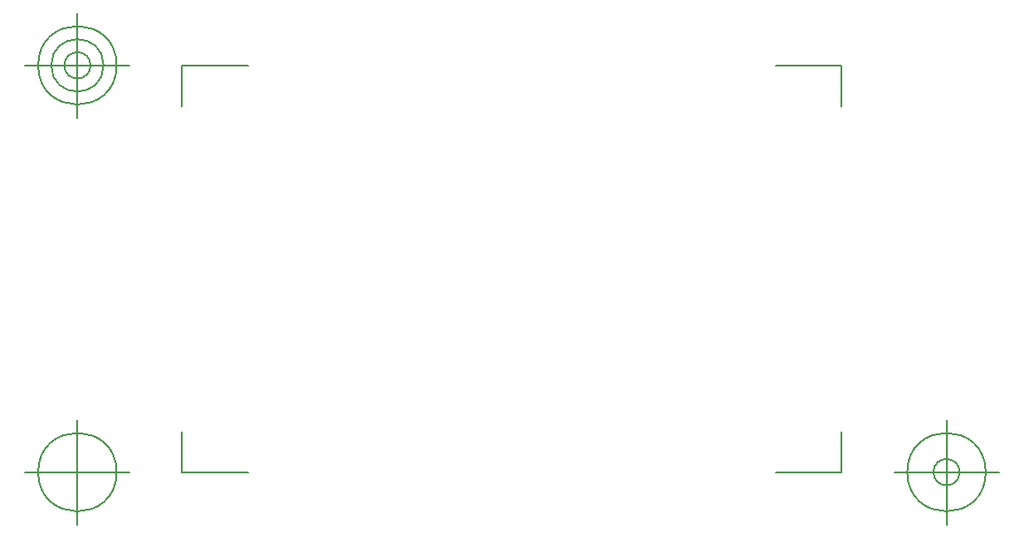
<source format=gbr>
G04 Generated by Ultiboard 14.2 *
%FSLAX24Y24*%
%MOIN*%

%ADD10C,0.0001*%
%ADD11C,0.0050*%


G04 ColorRGB FF14FF for the following layer *
%LNSilkscreen Bottom*%
%LPD*%
G54D10*
G54D11*
X3697Y7900D02*
X3697Y9430D01*
X3697Y7900D02*
X6178Y7900D01*
X28500Y7900D02*
X26020Y7900D01*
X28500Y7900D02*
X28500Y9430D01*
X28500Y23200D02*
X28500Y21670D01*
X28500Y23200D02*
X26020Y23200D01*
X3697Y23200D02*
X6178Y23200D01*
X3697Y23200D02*
X3697Y21670D01*
X1729Y7900D02*
X-2208Y7900D01*
X-240Y5931D02*
X-240Y9869D01*
X-1716Y7900D02*
G75*
D01*
G02X-1716Y7900I1476J0*
G01*
X30469Y7900D02*
X34406Y7900D01*
X32437Y5931D02*
X32437Y9869D01*
X30961Y7900D02*
G75*
D01*
G02X30961Y7900I1476J0*
G01*
X31945Y7900D02*
G75*
D01*
G02X31945Y7900I492J0*
G01*
X1729Y23200D02*
X-2208Y23200D01*
X-240Y21231D02*
X-240Y25169D01*
X-1716Y23200D02*
G75*
D01*
G02X-1716Y23200I1476J0*
G01*
X-1224Y23200D02*
G75*
D01*
G02X-1224Y23200I984J0*
G01*
X-732Y23200D02*
G75*
D01*
G02X-732Y23200I492J0*
G01*

M02*

</source>
